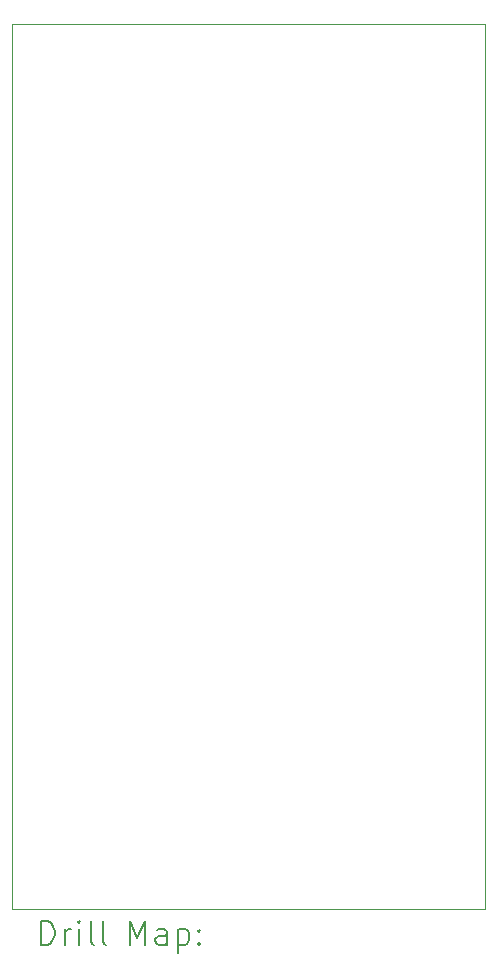
<source format=gbr>
%TF.GenerationSoftware,KiCad,Pcbnew,(7.0.0)*%
%TF.CreationDate,2023-07-06T15:25:36+01:00*%
%TF.ProjectId,wolf flight comp,776f6c66-2066-46c6-9967-687420636f6d,rev?*%
%TF.SameCoordinates,Original*%
%TF.FileFunction,Drillmap*%
%TF.FilePolarity,Positive*%
%FSLAX45Y45*%
G04 Gerber Fmt 4.5, Leading zero omitted, Abs format (unit mm)*
G04 Created by KiCad (PCBNEW (7.0.0)) date 2023-07-06 15:25:36*
%MOMM*%
%LPD*%
G01*
G04 APERTURE LIST*
%ADD10C,0.100000*%
%ADD11C,0.200000*%
G04 APERTURE END LIST*
D10*
X14414500Y-5517500D02*
X18414500Y-5517500D01*
X18414500Y-5517500D02*
X18414500Y-13017500D01*
X18414500Y-13017500D02*
X14414500Y-13017500D01*
X14414500Y-13017500D02*
X14414500Y-5517500D01*
D11*
X14657119Y-13315976D02*
X14657119Y-13115976D01*
X14657119Y-13115976D02*
X14704738Y-13115976D01*
X14704738Y-13115976D02*
X14733309Y-13125500D01*
X14733309Y-13125500D02*
X14752357Y-13144548D01*
X14752357Y-13144548D02*
X14761881Y-13163595D01*
X14761881Y-13163595D02*
X14771405Y-13201690D01*
X14771405Y-13201690D02*
X14771405Y-13230262D01*
X14771405Y-13230262D02*
X14761881Y-13268357D01*
X14761881Y-13268357D02*
X14752357Y-13287405D01*
X14752357Y-13287405D02*
X14733309Y-13306452D01*
X14733309Y-13306452D02*
X14704738Y-13315976D01*
X14704738Y-13315976D02*
X14657119Y-13315976D01*
X14857119Y-13315976D02*
X14857119Y-13182643D01*
X14857119Y-13220738D02*
X14866643Y-13201690D01*
X14866643Y-13201690D02*
X14876167Y-13192167D01*
X14876167Y-13192167D02*
X14895214Y-13182643D01*
X14895214Y-13182643D02*
X14914262Y-13182643D01*
X14980928Y-13315976D02*
X14980928Y-13182643D01*
X14980928Y-13115976D02*
X14971405Y-13125500D01*
X14971405Y-13125500D02*
X14980928Y-13135024D01*
X14980928Y-13135024D02*
X14990452Y-13125500D01*
X14990452Y-13125500D02*
X14980928Y-13115976D01*
X14980928Y-13115976D02*
X14980928Y-13135024D01*
X15104738Y-13315976D02*
X15085690Y-13306452D01*
X15085690Y-13306452D02*
X15076167Y-13287405D01*
X15076167Y-13287405D02*
X15076167Y-13115976D01*
X15209500Y-13315976D02*
X15190452Y-13306452D01*
X15190452Y-13306452D02*
X15180928Y-13287405D01*
X15180928Y-13287405D02*
X15180928Y-13115976D01*
X15405690Y-13315976D02*
X15405690Y-13115976D01*
X15405690Y-13115976D02*
X15472357Y-13258833D01*
X15472357Y-13258833D02*
X15539024Y-13115976D01*
X15539024Y-13115976D02*
X15539024Y-13315976D01*
X15719976Y-13315976D02*
X15719976Y-13211214D01*
X15719976Y-13211214D02*
X15710452Y-13192167D01*
X15710452Y-13192167D02*
X15691405Y-13182643D01*
X15691405Y-13182643D02*
X15653309Y-13182643D01*
X15653309Y-13182643D02*
X15634262Y-13192167D01*
X15719976Y-13306452D02*
X15700928Y-13315976D01*
X15700928Y-13315976D02*
X15653309Y-13315976D01*
X15653309Y-13315976D02*
X15634262Y-13306452D01*
X15634262Y-13306452D02*
X15624738Y-13287405D01*
X15624738Y-13287405D02*
X15624738Y-13268357D01*
X15624738Y-13268357D02*
X15634262Y-13249309D01*
X15634262Y-13249309D02*
X15653309Y-13239786D01*
X15653309Y-13239786D02*
X15700928Y-13239786D01*
X15700928Y-13239786D02*
X15719976Y-13230262D01*
X15815214Y-13182643D02*
X15815214Y-13382643D01*
X15815214Y-13192167D02*
X15834262Y-13182643D01*
X15834262Y-13182643D02*
X15872357Y-13182643D01*
X15872357Y-13182643D02*
X15891405Y-13192167D01*
X15891405Y-13192167D02*
X15900928Y-13201690D01*
X15900928Y-13201690D02*
X15910452Y-13220738D01*
X15910452Y-13220738D02*
X15910452Y-13277881D01*
X15910452Y-13277881D02*
X15900928Y-13296928D01*
X15900928Y-13296928D02*
X15891405Y-13306452D01*
X15891405Y-13306452D02*
X15872357Y-13315976D01*
X15872357Y-13315976D02*
X15834262Y-13315976D01*
X15834262Y-13315976D02*
X15815214Y-13306452D01*
X15996167Y-13296928D02*
X16005690Y-13306452D01*
X16005690Y-13306452D02*
X15996167Y-13315976D01*
X15996167Y-13315976D02*
X15986643Y-13306452D01*
X15986643Y-13306452D02*
X15996167Y-13296928D01*
X15996167Y-13296928D02*
X15996167Y-13315976D01*
X15996167Y-13192167D02*
X16005690Y-13201690D01*
X16005690Y-13201690D02*
X15996167Y-13211214D01*
X15996167Y-13211214D02*
X15986643Y-13201690D01*
X15986643Y-13201690D02*
X15996167Y-13192167D01*
X15996167Y-13192167D02*
X15996167Y-13211214D01*
M02*

</source>
